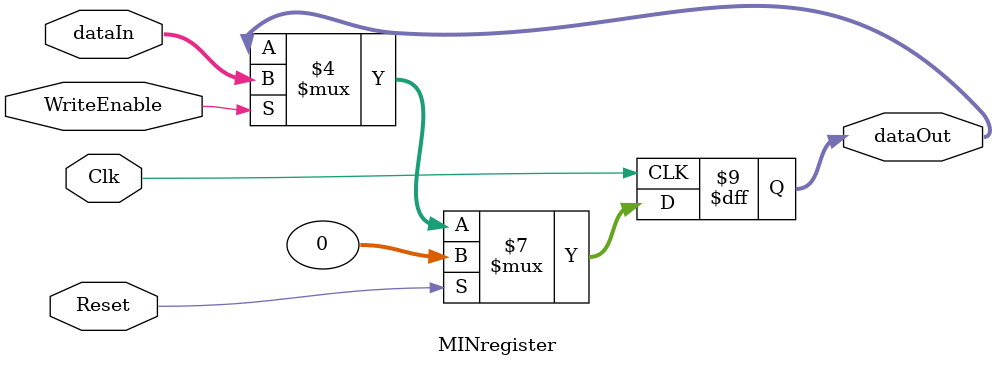
<source format=v>
`timescale 1ns / 1ps
/*
Lab Group Names:
Alan Loreto Cornidez 33%
Chris W Bremser 33%
Haseeb Irfan 33%
*/ 
//////////////////////////////////////////////////////////////////////////////////


module MINregister(
        dataIn, dataOut, WriteEnable, Clk, Reset 
    );

input [31:0]dataIn;
output reg[31:0] dataOut;
input WriteEnable;
input Clk;
input Reset;

initial begin
    dataOut <= 32'h00FFFFFF;
end

always @(posedge Clk)
begin
    if (Reset) begin
        dataOut <= 0;
    end
    else if (WriteEnable == 1) begin
        dataOut <= dataIn;
    end
end


endmodule

</source>
